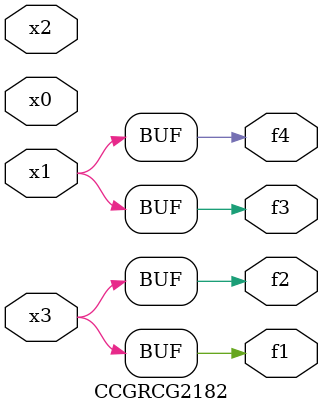
<source format=v>
module CCGRCG2182(
	input x0, x1, x2, x3,
	output f1, f2, f3, f4
);
	assign f1 = x3;
	assign f2 = x3;
	assign f3 = x1;
	assign f4 = x1;
endmodule

</source>
